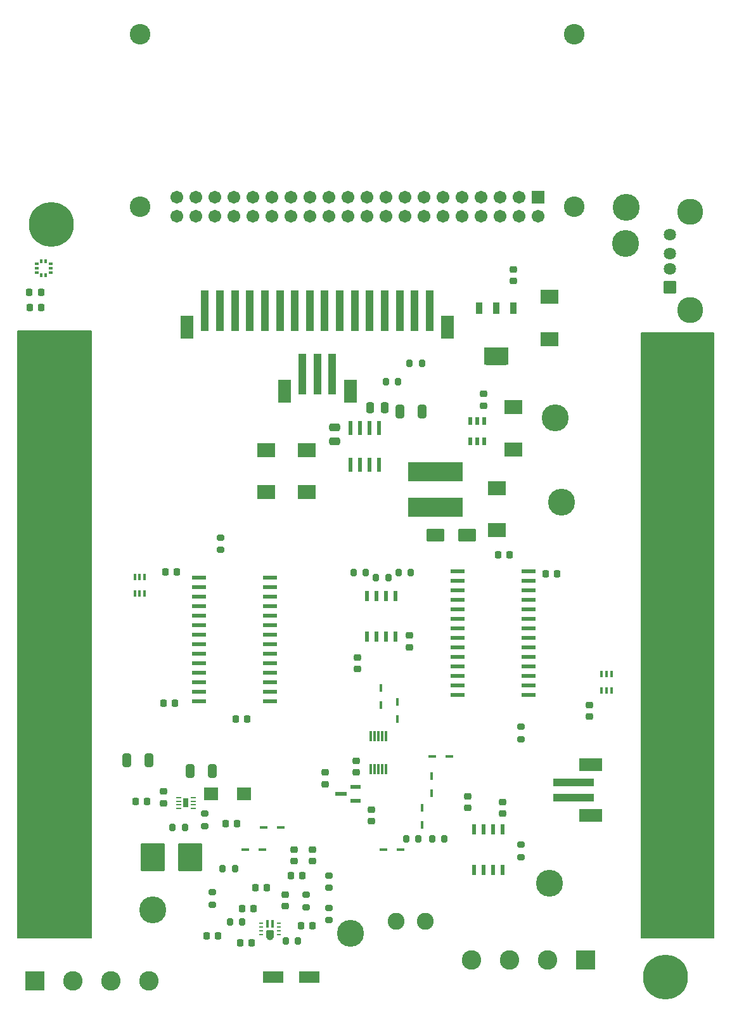
<source format=gbr>
%TF.GenerationSoftware,KiCad,Pcbnew,9.0.6*%
%TF.CreationDate,2025-11-23T08:40:39-06:00*%
%TF.ProjectId,DAQ,4441512e-6b69-4636-9164-5f7063625858,rev?*%
%TF.SameCoordinates,Original*%
%TF.FileFunction,Soldermask,Top*%
%TF.FilePolarity,Negative*%
%FSLAX46Y46*%
G04 Gerber Fmt 4.6, Leading zero omitted, Abs format (unit mm)*
G04 Created by KiCad (PCBNEW 9.0.6) date 2025-11-23 08:40:39*
%MOMM*%
%LPD*%
G01*
G04 APERTURE LIST*
G04 Aperture macros list*
%AMRoundRect*
0 Rectangle with rounded corners*
0 $1 Rounding radius*
0 $2 $3 $4 $5 $6 $7 $8 $9 X,Y pos of 4 corners*
0 Add a 4 corners polygon primitive as box body*
4,1,4,$2,$3,$4,$5,$6,$7,$8,$9,$2,$3,0*
0 Add four circle primitives for the rounded corners*
1,1,$1+$1,$2,$3*
1,1,$1+$1,$4,$5*
1,1,$1+$1,$6,$7*
1,1,$1+$1,$8,$9*
0 Add four rect primitives between the rounded corners*
20,1,$1+$1,$2,$3,$4,$5,0*
20,1,$1+$1,$4,$5,$6,$7,0*
20,1,$1+$1,$6,$7,$8,$9,0*
20,1,$1+$1,$8,$9,$2,$3,0*%
G04 Aperture macros list end*
%ADD10C,0.150000*%
%ADD11C,0.000000*%
%ADD12R,0.450800X1.111200*%
%ADD13C,2.108200*%
%ADD14C,3.600000*%
%ADD15R,2.387600X1.955800*%
%ADD16R,5.511800X0.990600*%
%ADD17R,3.098800X1.701800*%
%ADD18RoundRect,0.200000X-0.275000X0.200000X-0.275000X-0.200000X0.275000X-0.200000X0.275000X0.200000X0*%
%ADD19RoundRect,0.225000X-0.250000X0.225000X-0.250000X-0.225000X0.250000X-0.225000X0.250000X0.225000X0*%
%ADD20RoundRect,0.225000X-0.225000X-0.250000X0.225000X-0.250000X0.225000X0.250000X-0.225000X0.250000X0*%
%ADD21RoundRect,0.225000X0.250000X-0.225000X0.250000X0.225000X-0.250000X0.225000X-0.250000X-0.225000X0*%
%ADD22R,0.711200X0.254000*%
%ADD23R,0.711200X1.295400*%
%ADD24R,2.768600X1.498600*%
%ADD25RoundRect,0.225000X0.225000X0.250000X-0.225000X0.250000X-0.225000X-0.250000X0.225000X-0.250000X0*%
%ADD26R,1.111200X0.450800*%
%ADD27C,2.750000*%
%ADD28RoundRect,0.102000X0.754000X0.754000X-0.754000X0.754000X-0.754000X-0.754000X0.754000X-0.754000X0*%
%ADD29C,1.712000*%
%ADD30R,1.879600X0.558800*%
%ADD31RoundRect,0.250000X-0.325000X-0.650000X0.325000X-0.650000X0.325000X0.650000X-0.325000X0.650000X0*%
%ADD32RoundRect,0.102000X1.060000X0.750000X-1.060000X0.750000X-1.060000X-0.750000X1.060000X-0.750000X0*%
%ADD33C,3.400000*%
%ADD34C,6.000000*%
%ADD35R,7.289800X2.590800*%
%ADD36R,0.838200X1.600200*%
%ADD37RoundRect,0.270000X1.300000X0.630000X-1.300000X0.630000X-1.300000X-0.630000X1.300000X-0.630000X0*%
%ADD38R,0.558800X1.460500*%
%ADD39RoundRect,0.200000X0.200000X0.275000X-0.200000X0.275000X-0.200000X-0.275000X0.200000X-0.275000X0*%
%ADD40R,0.599999X1.000000*%
%ADD41R,0.355600X0.850900*%
%ADD42RoundRect,0.102000X0.714000X-0.714000X0.714000X0.714000X-0.714000X0.714000X-0.714000X-0.714000X0*%
%ADD43C,1.632000*%
%ADD44C,3.480000*%
%ADD45RoundRect,0.250000X0.325000X0.650000X-0.325000X0.650000X-0.325000X-0.650000X0.325000X-0.650000X0*%
%ADD46R,0.990600X5.511800*%
%ADD47R,1.701800X3.098800*%
%ADD48R,1.700000X3.098800*%
%ADD49RoundRect,0.200000X-0.200000X-0.275000X0.200000X-0.275000X0.200000X0.275000X-0.200000X0.275000X0*%
%ADD50RoundRect,0.250000X0.250000X0.475000X-0.250000X0.475000X-0.250000X-0.475000X0.250000X-0.475000X0*%
%ADD51RoundRect,0.250000X-0.475000X0.250000X-0.475000X-0.250000X0.475000X-0.250000X0.475000X0.250000X0*%
%ADD52R,0.558800X1.981200*%
%ADD53R,1.320800X0.558800*%
%ADD54R,1.587500X0.558800*%
%ADD55R,1.879600X1.676400*%
%ADD56R,0.330200X1.371600*%
%ADD57RoundRect,0.200000X0.275000X-0.200000X0.275000X0.200000X-0.275000X0.200000X-0.275000X-0.200000X0*%
%ADD58R,0.406400X0.558800*%
%ADD59R,0.558800X0.406400*%
%ADD60RoundRect,0.102000X1.200000X1.200000X-1.200000X1.200000X-1.200000X-1.200000X1.200000X-1.200000X0*%
%ADD61C,2.604000*%
%ADD62RoundRect,0.102000X-1.200000X-1.200000X1.200000X-1.200000X1.200000X1.200000X-1.200000X1.200000X0*%
%ADD63R,0.549999X0.249999*%
%ADD64R,0.449999X1.100000*%
%ADD65C,1.000000*%
%ADD66C,2.260600*%
%ADD67RoundRect,0.102000X-1.500000X-1.750000X1.500000X-1.750000X1.500000X1.750000X-1.500000X1.750000X0*%
G04 APERTURE END LIST*
D10*
X117983000Y-184277000D02*
X108331000Y-184277000D01*
X108331000Y-103505000D01*
X117983000Y-103505000D01*
X117983000Y-184277000D01*
G36*
X117983000Y-184277000D02*
G01*
X108331000Y-184277000D01*
X108331000Y-103505000D01*
X117983000Y-103505000D01*
X117983000Y-184277000D01*
G37*
X34798000Y-184277000D02*
X25019000Y-184277000D01*
X25019000Y-103251000D01*
X34798000Y-103251000D01*
X34798000Y-184277000D01*
G36*
X34798000Y-184277000D02*
G01*
X25019000Y-184277000D01*
X25019000Y-103251000D01*
X34798000Y-103251000D01*
X34798000Y-184277000D01*
G37*
D11*
%TO.C,U12*%
G36*
X90500200Y-107734100D02*
G01*
X87299800Y-107734100D01*
X87299800Y-105422700D01*
X90500200Y-105422700D01*
X90500200Y-107734100D01*
G37*
%TO.C,U1*%
G36*
X59168999Y-183318003D02*
G01*
X59168999Y-184218001D01*
X59118999Y-184268001D01*
X58968999Y-184268001D01*
X58919000Y-184218001D01*
X58919000Y-183938002D01*
X58869000Y-183888002D01*
X58469000Y-183888002D01*
X58419000Y-183938002D01*
X58419000Y-184218001D01*
X58369001Y-184268001D01*
X58219001Y-184268001D01*
X58169001Y-184218001D01*
X58169001Y-183318003D01*
X58219001Y-183268003D01*
X59118999Y-183268003D01*
X59168999Y-183318003D01*
G37*
%TD*%
D12*
%TO.C,CR6*%
X79000000Y-166850000D03*
X79000000Y-169150000D03*
%TD*%
D13*
%TO.C,J2*%
X112940253Y-105839253D03*
X112940253Y-110919253D03*
X112940253Y-115999253D03*
X112940253Y-121079253D03*
X112940253Y-126159253D03*
X112940253Y-131239253D03*
X112940253Y-136319253D03*
X112940253Y-141399253D03*
X112940253Y-146479253D03*
X112940253Y-151559253D03*
X112940253Y-156639253D03*
X112940253Y-161719253D03*
X112940253Y-166799253D03*
X112940253Y-171879253D03*
X112940253Y-176959253D03*
X112940253Y-182039253D03*
%TD*%
D14*
%TO.C,TP6*%
X97663000Y-126111000D03*
%TD*%
D15*
%TO.C,C1*%
X89000000Y-129819400D03*
X89000000Y-124180600D03*
%TD*%
D16*
%TO.C,J8*%
X99255199Y-163499999D03*
X99255199Y-165500001D03*
D17*
X101505200Y-161100002D03*
X101505200Y-167899998D03*
%TD*%
D18*
%TO.C,R10*%
X92202000Y-156084000D03*
X92202000Y-157734000D03*
%TD*%
D19*
%TO.C,C14*%
X66040000Y-162179000D03*
X66040000Y-163729000D03*
%TD*%
D20*
%TO.C,C23*%
X44691000Y-135382000D03*
X46241000Y-135382000D03*
%TD*%
D21*
%TO.C,C18*%
X61874000Y-174030501D03*
X61874000Y-172480501D03*
%TD*%
D22*
%TO.C,U13*%
X46500000Y-165499998D03*
X46500000Y-165999999D03*
X46500000Y-166499999D03*
X46500000Y-167000000D03*
X48405000Y-167000000D03*
X48405000Y-166499999D03*
X48405000Y-165999999D03*
X48405000Y-165499998D03*
D23*
X47452500Y-166249999D03*
%TD*%
D24*
%TO.C,L3*%
X63913000Y-189500000D03*
X59087000Y-189500000D03*
%TD*%
D25*
%TO.C,C3*%
X56269000Y-184939501D03*
X54719000Y-184939501D03*
%TD*%
D20*
%TO.C,C34*%
X40725000Y-166000000D03*
X42275000Y-166000000D03*
%TD*%
D26*
%TO.C,CR5*%
X60150000Y-169500000D03*
X57850000Y-169500000D03*
%TD*%
D27*
%TO.C,A1*%
X99358000Y-86614000D03*
X99358000Y-63614000D03*
X41358000Y-86614000D03*
X41358000Y-63614000D03*
D28*
X94488000Y-85344000D03*
D29*
X94488000Y-87884000D03*
X91948000Y-85344000D03*
X91948000Y-87884000D03*
X89408000Y-85344000D03*
X89408000Y-87884000D03*
X86868000Y-85344000D03*
X86868000Y-87884000D03*
X84328000Y-85344000D03*
X84328000Y-87884000D03*
X81788000Y-85344000D03*
X81788000Y-87884000D03*
X79248000Y-85344000D03*
X79248000Y-87884000D03*
X76708000Y-85344000D03*
X76708000Y-87884000D03*
X74168000Y-85344000D03*
X74168000Y-87884000D03*
X71628000Y-85344000D03*
X71628000Y-87884000D03*
X69088000Y-85344000D03*
X69088000Y-87884000D03*
X66548000Y-85344000D03*
X66548000Y-87884000D03*
X64008000Y-85344000D03*
X64008000Y-87884000D03*
X61468000Y-85344000D03*
X61468000Y-87884000D03*
X58928000Y-85344000D03*
X58928000Y-87884000D03*
X56388000Y-85344000D03*
X56388000Y-87884000D03*
X53848000Y-85344000D03*
X53848000Y-87884000D03*
X51308000Y-85344000D03*
X51308000Y-87884000D03*
X48768000Y-85344000D03*
X48768000Y-87884000D03*
X46228000Y-85344000D03*
X46228000Y-87884000D03*
%TD*%
D30*
%TO.C,U6*%
X83730253Y-135303253D03*
X83730253Y-136573253D03*
X83730253Y-137843253D03*
X83730253Y-139113253D03*
X83730253Y-140383253D03*
X83730253Y-141653253D03*
X83730253Y-142923253D03*
X83730253Y-144193253D03*
X83730253Y-145463253D03*
X83730253Y-146733253D03*
X83730253Y-148003253D03*
X83730253Y-149273253D03*
X83730253Y-150543253D03*
X83730253Y-151813253D03*
X93204453Y-151813253D03*
X93204453Y-150543253D03*
X93204453Y-149273253D03*
X93204453Y-148003253D03*
X93204453Y-146733253D03*
X93204453Y-145463253D03*
X93204453Y-144193253D03*
X93204453Y-142923253D03*
X93204453Y-141653253D03*
X93204453Y-140383253D03*
X93204453Y-139113253D03*
X93204453Y-137843253D03*
X93204453Y-136573253D03*
X93204453Y-135303253D03*
%TD*%
D15*
%TO.C,C9*%
X63627000Y-119100600D03*
X63627000Y-124739400D03*
%TD*%
D31*
%TO.C,C37*%
X39525000Y-160500000D03*
X42475000Y-160500000D03*
%TD*%
D32*
%TO.C,D3*%
X80770000Y-130500000D03*
X85000000Y-130500000D03*
%TD*%
D33*
%TO.C,REF\u002A\u002A*%
X29500000Y-89000000D03*
D34*
X29500000Y-89000000D03*
%TD*%
D21*
%TO.C,C29*%
X70358000Y-148349000D03*
X70358000Y-146799000D03*
%TD*%
D19*
%TO.C,C27*%
X89789000Y-166103000D03*
X89789000Y-167653000D03*
%TD*%
D20*
%TO.C,C7*%
X50225000Y-184000000D03*
X51775000Y-184000000D03*
%TD*%
D18*
%TO.C,R13*%
X92202000Y-171832000D03*
X92202000Y-173482000D03*
%TD*%
D35*
%TO.C,L2*%
X80772000Y-122047000D03*
X80772000Y-126746000D03*
%TD*%
D18*
%TO.C,R8*%
X66543000Y-180223000D03*
X66543000Y-181873000D03*
%TD*%
D13*
%TO.C,J1*%
X30226000Y-181080000D03*
X30226000Y-176000000D03*
X30226000Y-170920000D03*
X30226000Y-165840000D03*
X30226000Y-160760000D03*
X30226000Y-155680000D03*
X30226000Y-150600000D03*
X30226000Y-145520000D03*
X30226000Y-140440000D03*
X30226000Y-135360000D03*
X30226000Y-130280000D03*
X30226000Y-125200000D03*
X30226000Y-120120000D03*
X30226000Y-115040000D03*
X30226000Y-109960000D03*
X30226000Y-104880000D03*
%TD*%
D21*
%TO.C,C26*%
X85090000Y-166891000D03*
X85090000Y-165341000D03*
%TD*%
D30*
%TO.C,U3*%
X58674000Y-152654000D03*
X58674000Y-151384000D03*
X58674000Y-150114000D03*
X58674000Y-148844000D03*
X58674000Y-147574000D03*
X58674000Y-146304000D03*
X58674000Y-145034000D03*
X58674000Y-143764000D03*
X58674000Y-142494000D03*
X58674000Y-141224000D03*
X58674000Y-139954000D03*
X58674000Y-138684000D03*
X58674000Y-137414000D03*
X58674000Y-136144000D03*
X49199800Y-136144000D03*
X49199800Y-137414000D03*
X49199800Y-138684000D03*
X49199800Y-139954000D03*
X49199800Y-141224000D03*
X49199800Y-142494000D03*
X49199800Y-143764000D03*
X49199800Y-145034000D03*
X49199800Y-146304000D03*
X49199800Y-147574000D03*
X49199800Y-148844000D03*
X49199800Y-150114000D03*
X49199800Y-151384000D03*
X49199800Y-152654000D03*
%TD*%
D36*
%TO.C,U12*%
X91200000Y-100177600D03*
X88900000Y-100177600D03*
X86600000Y-100177600D03*
D37*
X88900000Y-106878000D03*
%TD*%
D38*
%TO.C,U11*%
X85979000Y-175190150D03*
X87249000Y-175190150D03*
X88519000Y-175190150D03*
X89789000Y-175190150D03*
X89789000Y-169741850D03*
X88519000Y-169741850D03*
X87249000Y-169741850D03*
X85979000Y-169741850D03*
%TD*%
D39*
%TO.C,R19*%
X79000000Y-107500000D03*
X77350000Y-107500000D03*
%TD*%
%TO.C,R6*%
X74485000Y-136144000D03*
X72835000Y-136144000D03*
%TD*%
D21*
%TO.C,C4*%
X60701000Y-180045000D03*
X60701000Y-178495000D03*
%TD*%
D40*
%TO.C,U5*%
X85409999Y-117961001D03*
X86360000Y-117961001D03*
X87309998Y-117961001D03*
X87309998Y-115211001D03*
X86360000Y-115211001D03*
X85409999Y-115211001D03*
%TD*%
D41*
%TO.C,U7*%
X104281999Y-148990050D03*
X103632000Y-148990050D03*
X102982001Y-148990050D03*
X102982001Y-151237950D03*
X103632000Y-151237950D03*
X104281999Y-151237950D03*
%TD*%
D21*
%TO.C,C24*%
X101346000Y-154699000D03*
X101346000Y-153149000D03*
%TD*%
D42*
%TO.C,J3*%
X112098000Y-97387000D03*
D43*
X112098000Y-94887000D03*
X112098000Y-92887000D03*
X112098000Y-90387000D03*
D44*
X114808000Y-100457000D03*
X114808000Y-87317000D03*
%TD*%
D45*
%TO.C,C11*%
X78975000Y-114000000D03*
X76025000Y-114000000D03*
%TD*%
D19*
%TO.C,C15*%
X44500000Y-164725000D03*
X44500000Y-166275000D03*
%TD*%
D20*
%TO.C,C32*%
X44450000Y-152908000D03*
X46000000Y-152908000D03*
%TD*%
D26*
%TO.C,CR3*%
X76150000Y-172500000D03*
X73850000Y-172500000D03*
%TD*%
D25*
%TO.C,C36*%
X28106000Y-100076000D03*
X26556000Y-100076000D03*
%TD*%
D20*
%TO.C,C16*%
X54960000Y-180367501D03*
X56510000Y-180367501D03*
%TD*%
D41*
%TO.C,U8*%
X41924999Y-136036050D03*
X41275000Y-136036050D03*
X40625001Y-136036050D03*
X40625001Y-138283950D03*
X41275000Y-138283950D03*
X41924999Y-138283950D03*
%TD*%
D46*
%TO.C,J4*%
X80000000Y-100500000D03*
X78000002Y-100500000D03*
X76000001Y-100500000D03*
X74000000Y-100500000D03*
X72000001Y-100500000D03*
X70000000Y-100500000D03*
X68000002Y-100500000D03*
X66000001Y-100500000D03*
X63999999Y-100500000D03*
X62000001Y-100500000D03*
X60000000Y-100500000D03*
X58000001Y-100500000D03*
X56000000Y-100500000D03*
X54000002Y-100500000D03*
X52000001Y-100500000D03*
X50000000Y-100500000D03*
D47*
X82400003Y-102750001D03*
X47599997Y-102750001D03*
%TD*%
D25*
%TO.C,C30*%
X97041000Y-135636000D03*
X95491000Y-135636000D03*
%TD*%
D19*
%TO.C,C20*%
X72263000Y-167132000D03*
X72263000Y-168682000D03*
%TD*%
D14*
%TO.C,TP1*%
X106172000Y-91567000D03*
%TD*%
D46*
%TO.C,J6*%
X67000000Y-109000000D03*
X64999999Y-109000000D03*
X62999998Y-109000000D03*
D48*
X60600000Y-111251964D03*
X69399998Y-111251964D03*
%TD*%
D14*
%TO.C,TP5*%
X69464000Y-183669501D03*
%TD*%
D15*
%TO.C,C2*%
X91186000Y-119024400D03*
X91186000Y-113385600D03*
%TD*%
D49*
%TO.C,R14*%
X69850000Y-135500000D03*
X71500000Y-135500000D03*
%TD*%
D50*
%TO.C,C10*%
X74000000Y-113500000D03*
X72100000Y-113500000D03*
%TD*%
D14*
%TO.C,TP8*%
X43000000Y-180500000D03*
%TD*%
D51*
%TO.C,C6*%
X67310000Y-116050000D03*
X67310000Y-117950000D03*
%TD*%
D52*
%TO.C,U10*%
X73279000Y-116154200D03*
X72009000Y-116154200D03*
X70739000Y-116154200D03*
X69469000Y-116154200D03*
X69469000Y-121081800D03*
X70739000Y-121081800D03*
X72009000Y-121081800D03*
X73279000Y-121081800D03*
%TD*%
D18*
%TO.C,R15*%
X51000000Y-178175000D03*
X51000000Y-179825000D03*
%TD*%
D21*
%TO.C,C28*%
X77343000Y-145428000D03*
X77343000Y-143878000D03*
%TD*%
D39*
%TO.C,R3*%
X78500000Y-171000000D03*
X76850000Y-171000000D03*
%TD*%
D15*
%TO.C,C12*%
X96000000Y-104319400D03*
X96000000Y-98680600D03*
%TD*%
D31*
%TO.C,C38*%
X48050000Y-162000000D03*
X51000000Y-162000000D03*
%TD*%
D38*
%TO.C,U2*%
X75438000Y-138569700D03*
X74168000Y-138569700D03*
X72898000Y-138569700D03*
X71628000Y-138569700D03*
X71628000Y-144018000D03*
X72898000Y-144018000D03*
X74168000Y-144018000D03*
X75438000Y-144018000D03*
%TD*%
D25*
%TO.C,C8*%
X58301000Y-177573501D03*
X56751000Y-177573501D03*
%TD*%
D39*
%TO.C,R2*%
X54986000Y-182145501D03*
X53336000Y-182145501D03*
%TD*%
D53*
%TO.C,U9*%
X70104000Y-165984002D03*
X70104000Y-164084000D03*
D54*
X68205350Y-165034001D03*
%TD*%
D49*
%TO.C,R17*%
X45675000Y-169500000D03*
X47325000Y-169500000D03*
%TD*%
D12*
%TO.C,CR1*%
X80264000Y-162680000D03*
X80264000Y-164980000D03*
%TD*%
D55*
%TO.C,U14*%
X50789200Y-165000000D03*
X55210800Y-165000000D03*
%TD*%
D20*
%TO.C,C31*%
X89141000Y-133096000D03*
X90691000Y-133096000D03*
%TD*%
D56*
%TO.C,U4*%
X72151999Y-161709100D03*
X72652001Y-161709100D03*
X73152000Y-161709100D03*
X73651999Y-161709100D03*
X74152001Y-161709100D03*
X74152001Y-157314900D03*
X73651999Y-157314900D03*
X73152000Y-157314900D03*
X72652001Y-157314900D03*
X72151999Y-157314900D03*
%TD*%
D49*
%TO.C,R1*%
X60765000Y-184685501D03*
X62415000Y-184685501D03*
%TD*%
D57*
%TO.C,R18*%
X50000000Y-169325000D03*
X50000000Y-167675000D03*
%TD*%
D58*
%TO.C,U15*%
X28148001Y-95796100D03*
X28747999Y-95796100D03*
D59*
X29375100Y-95468999D03*
X29375100Y-94869000D03*
X29375100Y-94269001D03*
D58*
X28747999Y-93941900D03*
X28148001Y-93941900D03*
D59*
X27520900Y-94269001D03*
X27520900Y-94869000D03*
X27520900Y-95468999D03*
%TD*%
D60*
%TO.C,J5*%
X100838000Y-187198000D03*
D61*
X95758000Y-187198000D03*
X90678000Y-187198000D03*
X85598000Y-187198000D03*
%TD*%
D33*
%TO.C,REF\u002A\u002A*%
X111500000Y-189500000D03*
D34*
X111500000Y-189500000D03*
%TD*%
D18*
%TO.C,R7*%
X66543000Y-175905000D03*
X66543000Y-177555000D03*
%TD*%
D49*
%TO.C,R12*%
X75850000Y-135500000D03*
X77500000Y-135500000D03*
%TD*%
D19*
%TO.C,C13*%
X91186000Y-94996000D03*
X91186000Y-96546000D03*
%TD*%
D14*
%TO.C,TP3*%
X96774000Y-114808000D03*
%TD*%
D25*
%TO.C,C5*%
X63000000Y-175955000D03*
X61450000Y-175955000D03*
%TD*%
D21*
%TO.C,C25*%
X87249000Y-113170000D03*
X87249000Y-111620000D03*
%TD*%
D20*
%TO.C,C39*%
X52725000Y-169000000D03*
X54275000Y-169000000D03*
%TD*%
D26*
%TO.C,CR4*%
X55350000Y-172500000D03*
X57650000Y-172500000D03*
%TD*%
D39*
%TO.C,R4*%
X82000000Y-171000000D03*
X80350000Y-171000000D03*
%TD*%
D25*
%TO.C,C17*%
X64397000Y-182653501D03*
X62847000Y-182653501D03*
%TD*%
D15*
%TO.C,C21*%
X58166000Y-119100600D03*
X58166000Y-124739400D03*
%TD*%
D21*
%TO.C,C19*%
X64384000Y-174030501D03*
X64384000Y-172480501D03*
%TD*%
D49*
%TO.C,R11*%
X52350000Y-175000000D03*
X54000000Y-175000000D03*
%TD*%
D25*
%TO.C,C33*%
X55652000Y-155067000D03*
X54102000Y-155067000D03*
%TD*%
D14*
%TO.C,TP4*%
X96000000Y-177000000D03*
%TD*%
%TO.C,TP2*%
X106299000Y-86741000D03*
%TD*%
D62*
%TO.C,J7*%
X27260000Y-190000000D03*
D61*
X32340000Y-190000000D03*
X37420000Y-190000000D03*
X42500000Y-190000000D03*
%TD*%
D49*
%TO.C,R20*%
X74175000Y-110000000D03*
X75825000Y-110000000D03*
%TD*%
D57*
%TO.C,R5*%
X63495000Y-180145000D03*
X63495000Y-178495000D03*
%TD*%
D12*
%TO.C,CR2*%
X75692000Y-152774000D03*
X75692000Y-155074000D03*
%TD*%
D63*
%TO.C,U1*%
X59843999Y-183818002D03*
X59843999Y-183318001D03*
X59843999Y-182818001D03*
X59843999Y-182318000D03*
D64*
X59018999Y-182368000D03*
X58319001Y-182368000D03*
D63*
X57494001Y-182318000D03*
X57494001Y-182818001D03*
X57494001Y-183318001D03*
X57494001Y-183818002D03*
D65*
X58669000Y-184068002D03*
%TD*%
D12*
%TO.C,CR8*%
X73500000Y-150850000D03*
X73500000Y-153150000D03*
%TD*%
D21*
%TO.C,C22*%
X70231000Y-162179000D03*
X70231000Y-160629000D03*
%TD*%
D57*
%TO.C,R9*%
X52070000Y-132461000D03*
X52070000Y-130811000D03*
%TD*%
D26*
%TO.C,CR7*%
X82650000Y-160000000D03*
X80350000Y-160000000D03*
%TD*%
D66*
%TO.C,J10*%
X79460001Y-182000000D03*
X75500000Y-182000000D03*
%TD*%
D25*
%TO.C,C35*%
X28093000Y-98044000D03*
X26543000Y-98044000D03*
%TD*%
D67*
%TO.C,L4*%
X43000000Y-173500000D03*
X48000000Y-173500000D03*
%TD*%
M02*

</source>
